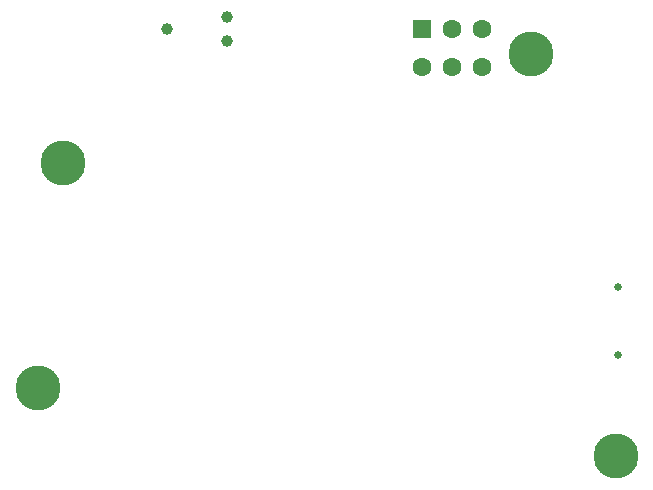
<source format=gbr>
%TF.GenerationSoftware,KiCad,Pcbnew,9.0.1*%
%TF.CreationDate,2025-12-04T23:43:19-05:00*%
%TF.ProjectId,EDDDial,45444444-6961-46c2-9e6b-696361645f70,rev?*%
%TF.SameCoordinates,Original*%
%TF.FileFunction,Soldermask,Bot*%
%TF.FilePolarity,Negative*%
%FSLAX46Y46*%
G04 Gerber Fmt 4.6, Leading zero omitted, Abs format (unit mm)*
G04 Created by KiCad (PCBNEW 9.0.1) date 2025-12-04 23:43:19*
%MOMM*%
%LPD*%
G01*
G04 APERTURE LIST*
%ADD10C,3.800000*%
%ADD11C,0.990600*%
%ADD12R,1.600000X1.600000*%
%ADD13C,1.600000*%
%ADD14C,0.650000*%
G04 APERTURE END LIST*
D10*
%TO.C,H4*%
X125650000Y-137300000D03*
%TD*%
%TO.C,H3*%
X118450000Y-103250000D03*
%TD*%
%TO.C,H2*%
X76750000Y-131550000D03*
%TD*%
%TO.C,H1*%
X78850000Y-112500000D03*
%TD*%
D11*
%TO.C,J3*%
X92770000Y-102181000D03*
X92770000Y-100149000D03*
X87690000Y-101165000D03*
%TD*%
D12*
%TO.C,SW1*%
X109300000Y-101200000D03*
D13*
X111800000Y-101200000D03*
X114300000Y-101200000D03*
X109300000Y-104400000D03*
X111800000Y-104400000D03*
X114300000Y-104400000D03*
%TD*%
D14*
%TO.C,J1*%
X125820000Y-128780000D03*
X125820000Y-123000000D03*
%TD*%
M02*

</source>
